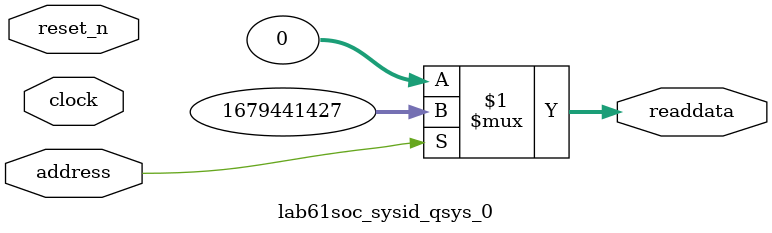
<source format=v>



// synthesis translate_off
`timescale 1ns / 1ps
// synthesis translate_on

// turn off superfluous verilog processor warnings 
// altera message_level Level1 
// altera message_off 10034 10035 10036 10037 10230 10240 10030 

module lab61soc_sysid_qsys_0 (
               // inputs:
                address,
                clock,
                reset_n,

               // outputs:
                readdata
             )
;

  output  [ 31: 0] readdata;
  input            address;
  input            clock;
  input            reset_n;

  wire    [ 31: 0] readdata;
  //control_slave, which is an e_avalon_slave
  assign readdata = address ? 1679441427 : 0;

endmodule



</source>
